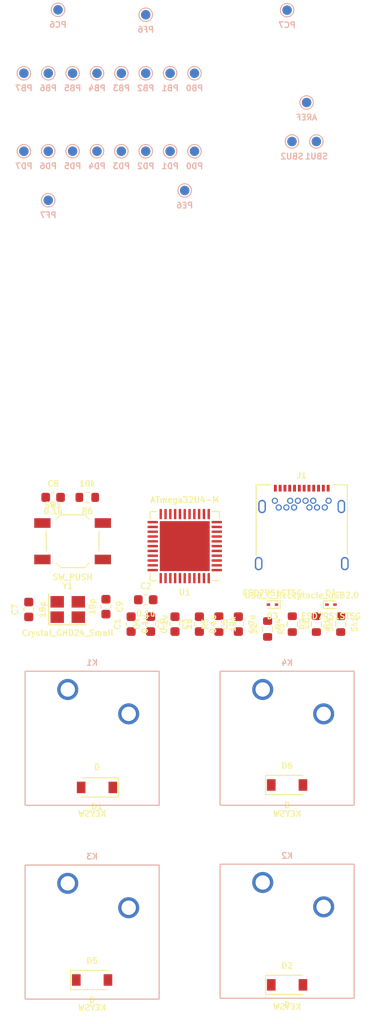
<source format=kicad_pcb>
(kicad_pcb (version 20210606) (generator pcbnew)
  (layers (0 "F.Cu" signal) (1 "In1.Cu" power "GND.Cu") (2 "In2.Cu" power "PWR.Cu") (31 "B.Cu" signal) (34 "B.Paste" user) (35 "F.Paste" user) (36 "B.SilkS" user "B.Silkscreen") (37 "F.SilkS" user "F.Silkscreen") (38 "B.Mask" user) (39 "F.Mask" user) (44 "Edge.Cuts" user))
  (net 0 "")
  (net 1 "VCC")
  (net 2 "GND")
  (net 3 "Net-(C6-Pad1)")
  (net 4 "/XTAL2")
  (net 5 "/XTAL1")
  (net 6 "/row0")
  (net 7 "Net-(D1-Pad2)")
  (net 8 "/row1")
  (net 9 "Net-(D2-Pad2)")
  (net 10 "Net-(D3-Pad1)")
  (net 11 "Net-(D4-Pad1)")
  (net 12 "Net-(D5-Pad2)")
  (net 13 "Net-(D6-Pad2)")
  (net 14 "Net-(J1-PadA5)")
  (net 15 "Net-(J1-PadA8)")
  (net 16 "Net-(J1-PadB5)")
  (net 17 "Net-(J1-PadB8)")
  (net 18 "/col0")
  (net 19 "/col1")
  (net 20 "/D-")
  (net 21 "/D+")
  (net 22 "Net-(R5-Pad1)")
  (net 23 "Net-(TP3-Pad1)")
  (net 24 "/~reset")
  (net 25 "/PD5")
  (net 26 "/PB0")
  (net 27 "/PB1")
  (net 28 "/PB2")
  (net 29 "/PB3")
  (net 30 "/PB4")
  (net 31 "/PB5")
  (net 32 "/PB6")
  (net 33 "/PB7")
  (net 34 "/PC6")
  (net 35 "/PC7")
  (net 36 "/PD0")
  (net 37 "/PD1")
  (net 38 "/PD2")
  (net 39 "/PD3")
  (net 40 "/PD4")
  (net 41 "/PD6")
  (net 42 "/PD7")
  (net 43 "/PE6")
  (net 44 "/PF6")
  (net 45 "/PF7")
  (footprint "Connector_USB:USB_C_Receptacle_Amphenol_12401548E4-2A" (layer "F.Cu") (at 108.712 85.852)
    (fp_text reference "J1" (at 0 -6.36) (layer "F.SilkS") (effects (font (size 0.6 0.6) (thickness 0.127))))
    (fp_text value "USB_C_Receptacle_USB2.0" (at 0 6.14) (layer "F.SilkS") (effects (font (size 0.6 0.6) (thickness 0.127))))
    (fp_line (start -4.75 -5.37) (end -3.25 -5.37) (layer "F.SilkS") (width 0.12))
    (fp_line (start -4.75 -5.37) (end -4.75 1.89) (layer "F.SilkS") (width 0.12))
    (fp_line (start 4.75 -5.37) (end 4.75 1.89) (layer "F.SilkS") (width 0.12))
    (fp_line (start 3.25 -5.37) (end 4.75 -5.37) (layer "F.SilkS") (width 0.12))
    (pad "" np_thru_hole oval locked (at 3.6 -4.36) (size 0.95 0.65) (drill oval 0.95 0.65) (layers *.Cu *.Mask))
    (pad "" np_thru_hole circle locked (at -3.6 -4.36) (size 0.65 0.65) (drill 0.65) (layers *.Cu *.Mask))
    (pad "A1" smd rect locked (at -2.75 -5.02) (size 0.3 0.7) (layers "F.Cu" "F.Paste" "F.Mask") (net 2 "GND"))
    (pad "A2" smd rect locked (at -2.25 -5.02) (size 0.3 0.7) (layers "F.Cu" "F.Paste" "F.Mask"))
    (pad "A3" smd rect locked (at -1.75 -5.02) (size 0.3 0.7) (layers "F.Cu" "F.Paste" "F.Mask"))
    (pad "A4" smd rect locked (at -1.25 -5.02) (size 0.3 0.7) (layers "F.Cu" "F.Paste" "F.Mask") (net 1 "VCC"))
    (pad "A5" smd rect locked (at -0.75 -5.02) (size 0.3 0.7) (layers "F.Cu" "F.Paste" "F.Mask") (net 14 "Net-(J1-PadA5)"))
    (pad "A6" smd rect locked (at -0.25 -5.02) (size 0.3 0.7) (layers "F.Cu" "F.Paste" "F.Mask") (net 10 "Net-(D3-Pad1)"))
    (pad "A7" smd rect locked (at 0.25 -5.02) (size 0.3 0.7) (layers "F.Cu" "F.Paste" "F.Mask") (net 11 "Net-(D4-Pad1)"))
    (pad "A8" smd rect locked (at 0.75 -5.02) (size 0.3 0.7) (layers "F.Cu" "F.Paste" "F.Mask") (net 15 "Net-(J1-PadA8)"))
    (pad "A9" smd rect locked (at 1.25 -5.02) (size 0.3 0.7) (layers "F.Cu" "F.Paste" "F.Mask") (net 1 "VCC"))
    (pad "A10" smd rect locked (at 1.75 -5.02) (size 0.3 0.7) (layers "F.Cu" "F.Paste" "F.Mask"))
    (pad "A11" smd rect locked (at 2.25 -5.02) (size 0.3 0.7) (layers "F.Cu" "F.Paste" "F.Mask"))
    (pad "A12" smd rect locked (at 2.75 -5.02) (size 0.3 0.7) (layers "F.Cu" "F.Paste" "F.Mask") (net 2 "GND"))
    (pad "B1" thru_hole circle locked (at 2.8 -3.71) (size 0.65 0.65) (drill 0.4) (layers *.Cu *.Mask) (net 2 "GND"))
    (pad "B2" thru_hole circle locked (at 2.4 -3.01) (size 0.65 0.65) (drill 0.4) (layers *.Cu *.Mask))
    (pad "B3" thru_hole circle locked (at 1.6 -3.01) (size 0.65 0.65) (drill 0.4) (layers *.Cu *.Mask))
    (pad "B4" thru_hole circle locked (at 1.2 -3.71) (size 0.65 0.65) (drill 0.4) (layers *.Cu *.Mask) (net 1 "VCC"))
    (pad "B5" thru_hole circle locked (at 0.8 -3.01) (size 0.65 0.65) (drill 0.4) (layers *.Cu *.Mask) (net 16 "Net-(J1-PadB5)"))
    (pad "B6" thru_hole circle locked (at 0.4 -3.71) (size 0.65 0.65) (drill 0.4) (layers *.Cu *.Mask) (net 10 "Net-(D3-Pad1)"))
    (pad "B7" thru_hole circle locked (at -0.4 -3.71) (size 0.65 0.65) (drill 0.4) (layers *.Cu *.Mask) (net 11 "Net-(D4-Pad1)"))
    (pad "B8" thru_hole circle locked (at -0.8 -3.01) (size 0.65 0.65) (drill 0.4) (layers *.Cu *.Mask) (net 17 "Net-(J1-PadB8)"))
    (pad "B9" thru_hole circle locked (at -1.2 -3.71) (size 0.65 0.65) (drill 0.4) (layers *.Cu *.Mask) (net 1 "VCC"))
    (pad "B10" thru_hole circle locked (at -1.6 -3.01) (size 0.65 0.65) (drill 0.4) (layers *.Cu *.Mask))
    (pad "B11" thru_hole circle locked (at -2.4 -3.01) (size 0.65 0.65) (drill 0.4) (layers *.Cu *.Mask))
    (pad "B12" thru_hole circle locked (at -2.8 -3.71) (size 0.65 0.65) (drill 0.4) (layers *.Cu *.Mask) (net 2 "GND"))
    (pad "S1" thru_hole oval locked (at -4.49 2.84) (size 0.8 1.4) (drill oval 0.5 1.1) (layers *.Cu *.Mask) (net 2 "GND"))
    (pad "S1" thru_hole oval locked (at 4.13 -3.11) (size 0.8 1.4) (drill oval 0.5 1.1) (layers *.Cu *.Mask) (net 2 "GND"))
    (pad "S1" thru_hole oval locked (at -4.13 -3.11) (size 0.8 1.4) (drill oval 0.5 1.1) (layers *.Cu *.Mask) (net 2 "GND"))
    (pad "S1" thru_hole oval locked (at 4.49 2.84) (size 0.8 1.4) (drill oval 0.5 1.1) (layers *.Cu *.Mask) (net 2 "GND"))
  )
  (footprint "Capacitor_SMD:C_0603_1608Metric" (layer "F.Cu") (at 80.264 93.472 90)
    (fp_text reference "C7" (at 0 -1.43 90) (layer "F.SilkS") (effects (font (size 0.6 0.6) (thickness 0.127))))
    (fp_text value "18p" (at 0 1.43 90) (layer "F.SilkS") (effects (font (size 0.6 0.6) (thickness 0.127))))
    (fp_line (start -0.14058 -0.51) (end 0.14058 -0.51) (layer "F.SilkS") (width 0.12))
    (fp_line (start -0.14058 0.51) (end 0.14058 0.51) (layer "F.SilkS") (width 0.12))
    (pad "1" smd roundrect locked (at -0.775 0 90) (size 0.9 0.95) (layers "F.Cu" "F.Paste" "F.Mask") (net 4 "/XTAL2"))
    (pad "2" smd roundrect locked (at 0.775 0 90) (size 0.9 0.95) (layers "F.Cu" "F.Paste" "F.Mask") (net 2 "GND"))
  )
  (footprint "Resistor_SMD:R_0603_1608Metric" (layer "F.Cu") (at 112.776 94.996 90)
    (fp_text reference "R1" (at 0 -1.43 90) (layer "F.SilkS") (effects (font (size 0.6 0.6) (thickness 0.127))))
    (fp_text value "5k1" (at 0 1.43 90) (layer "F.SilkS") (effects (font (size 0.6 0.6) (thickness 0.127))))
    (fp_line (start -0.237258 0.5225) (end 0.237258 0.5225) (layer "F.SilkS") (width 0.12))
    (fp_line (start -0.237258 -0.5225) (end 0.237258 -0.5225) (layer "F.SilkS") (width 0.12))
    (pad "1" smd roundrect locked (at -0.825 0 90) (size 0.8 0.95) (layers "F.Cu" "F.Paste" "F.Mask") (net 2 "GND"))
    (pad "2" smd roundrect locked (at 0.825 0 90) (size 0.8 0.95) (layers "F.Cu" "F.Paste" "F.Mask") (net 14 "Net-(J1-PadA5)"))
  )
  (footprint "Resistor_SMD:R_0603_1608Metric" (layer "F.Cu") (at 100.076 94.996 90)
    (fp_text reference "R5" (at 0 -1.43 90) (layer "F.SilkS") (effects (font (size 0.6 0.6) (thickness 0.127))))
    (fp_text value "10k" (at 0 1.43 90) (layer "F.SilkS") (effects (font (size 0.6 0.6) (thickness 0.127))))
    (fp_line (start -0.237258 0.5225) (end 0.237258 0.5225) (layer "F.SilkS") (width 0.12))
    (fp_line (start -0.237258 -0.5225) (end 0.237258 -0.5225) (layer "F.SilkS") (width 0.12))
    (pad "1" smd roundrect locked (at -0.825 0 90) (size 0.8 0.95) (layers "F.Cu" "F.Paste" "F.Mask") (net 22 "Net-(R5-Pad1)"))
    (pad "2" smd roundrect locked (at 0.825 0 90) (size 0.8 0.95) (layers "F.Cu" "F.Paste" "F.Mask") (net 2 "GND"))
  )
  (footprint "Diode_SMD:D_SOD-123" (layer "F.Cu") (at 87.376 112.014 180)
    (fp_text reference "D1" (at 0 -2) (layer "F.SilkS") (effects (font (size 0.6 0.6) (thickness 0.127))))
    (fp_text value "D" (at 0 2.1) (layer "F.SilkS") (effects (font (size 0.6 0.6) (thickness 0.127))))
    (fp_line (start -2.25 1) (end 1.65 1) (layer "F.SilkS") (width 0.12))
    (fp_line (start -2.25 -1) (end -2.25 1) (layer "F.SilkS") (width 0.12))
    (fp_line (start -2.25 -1) (end 1.65 -1) (layer "F.SilkS") (width 0.12))
    (pad "1" smd rect locked (at -1.65 0 180) (size 0.9 1.2) (layers "F.Cu" "F.Paste" "F.Mask") (net 6 "/row0"))
    (pad "2" smd rect locked (at 1.65 0 180) (size 0.9 1.2) (layers "F.Cu" "F.Paste" "F.Mask") (net 7 "Net-(D1-Pad2)"))
  )
  (footprint "Resistor_SMD:R_0603_1608Metric" (layer "F.Cu") (at 105.156 95.504 -90)
    (fp_text reference "R3" (at 0 -1.43 90) (layer "F.SilkS") (effects (font (size 0.6 0.6) (thickness 0.127))))
    (fp_text value "22" (at 0 1.43 90) (layer "F.SilkS") (effects (font (size 0.6 0.6) (thickness 0.127))))
    (fp_line (start -0.237258 0.5225) (end 0.237258 0.5225) (layer "F.SilkS") (width 0.12))
    (fp_line (start -0.237258 -0.5225) (end 0.237258 -0.5225) (layer "F.SilkS") (width 0.12))
    (pad "1" smd roundrect locked (at -0.825 0 270) (size 0.8 0.95) (layers "F.Cu" "F.Paste" "F.Mask") (net 20 "/D-"))
    (pad "2" smd roundrect locked (at 0.825 0 270) (size 0.8 0.95) (layers "F.Cu" "F.Paste" "F.Mask") (net 11 "Net-(D4-Pad1)"))
  )
  (footprint "Resistor_SMD:R_0603_1608Metric" (layer "F.Cu") (at 107.726 94.996 90)
    (fp_text reference "R4" (at 0 -1.43 90) (layer "F.SilkS") (effects (font (size 0.6 0.6) (thickness 0.127))))
    (fp_text value "22" (at 0 1.43 90) (layer "F.SilkS") (effects (font (size 0.6 0.6) (thickness 0.127))))
    (fp_line (start -0.237258 0.5225) (end 0.237258 0.5225) (layer "F.SilkS") (width 0.12))
    (fp_line (start -0.237258 -0.5225) (end 0.237258 -0.5225) (layer "F.SilkS") (width 0.12))
    (pad "1" smd roundrect locked (at -0.825 0 90) (size 0.8 0.95) (layers "F.Cu" "F.Paste" "F.Mask") (net 21 "/D+"))
    (pad "2" smd roundrect locked (at 0.825 0 90) (size 0.8 0.95) (layers "F.Cu" "F.Paste" "F.Mask") (net 10 "Net-(D3-Pad1)"))
  )
  (footprint "Capacitor_SMD:C_0603_1608Metric" (layer "F.Cu") (at 82.804 81.788)
    (fp_text reference "C8" (at 0 -1.43) (layer "F.SilkS") (effects (font (size 0.6 0.6) (thickness 0.127))))
    (fp_text value "0.1u" (at 0 1.43) (layer "F.SilkS") (effects (font (size 0.6 0.6) (thickness 0.127))))
    (fp_line (start -0.14058 -0.51) (end 0.14058 -0.51) (layer "F.SilkS") (width 0.12))
    (fp_line (start -0.14058 0.51) (end 0.14058 0.51) (layer "F.SilkS") (width 0.12))
    (pad "1" smd roundrect locked (at -0.775 0) (size 0.9 0.95) (layers "F.Cu" "F.Paste" "F.Mask") (net 24 "/~reset"))
    (pad "2" smd roundrect locked (at 0.775 0) (size 0.9 0.95) (layers "F.Cu" "F.Paste" "F.Mask") (net 2 "GND"))
  )
  (footprint "Crystal:Crystal_SMD_SeikoEpson_FA238-4Pin_3.2x2.5mm" (layer "F.Cu") (at 84.328 93.472)
    (fp_text reference "Y1" (at 0 -2.45) (layer "F.SilkS") (effects (font (size 0.6 0.6) (thickness 0.127))))
    (fp_text value "Crystal_GND24_Small" (at 0 2.45) (layer "F.SilkS") (effects (font (size 0.6 0.6) (thickness 0.127))))
    (fp_line (start -2 -1.6) (end -2 1.6) (layer "F.SilkS") (width 0.12))
    (fp_line (start -2 1.6) (end 2 1.6) (layer "F.SilkS") (width 0.12))
    (pad "1" smd rect locked (at -1.1 0.8) (size 1.4 1.2) (layers "F.Cu" "F.Paste" "F.Mask") (net 4 "/XTAL2"))
    (pad "2" smd rect locked (at 1.1 0.8) (size 1.4 1.2) (layers "F.Cu" "F.Paste" "F.Mask") (net 2 "GND"))
    (pad "3" smd rect locked (at 1.1 -0.8) (size 1.4 1.2) (layers "F.Cu" "F.Paste" "F.Mask") (net 5 "/XTAL1"))
    (pad "4" smd rect locked (at -1.1 -0.8) (size 1.4 1.2) (layers "F.Cu" "F.Paste" "F.Mask") (net 2 "GND"))
  )
  (footprint "Capacitor_SMD:C_0603_1608Metric" (layer "F.Cu") (at 88.308 93.18 -90)
    (fp_text reference "C9" (at 0 -1.43 90) (layer "F.SilkS") (effects (font (size 0.6 0.6) (thickness 0.127))))
    (fp_text value "18p" (at 0 1.43 90) (layer "F.SilkS") (effects (font (size 0.6 0.6) (thickness 0.127))))
    (fp_line (start -0.14058 -0.51) (end 0.14058 -0.51) (layer "F.SilkS") (width 0.12))
    (fp_line (start -0.14058 0.51) (end 0.14058 0.51) (layer "F.SilkS") (width 0.12))
    (pad "1" smd roundrect locked (at -0.775 0 270) (size 0.9 0.95) (layers "F.Cu" "F.Paste" "F.Mask") (net 5 "/XTAL1"))
    (pad "2" smd roundrect locked (at 0.775 0 270) (size 0.9 0.95) (layers "F.Cu" "F.Paste" "F.Mask") (net 2 "GND"))
  )
  (footprint "Capacitor_SMD:C_0603_1608Metric" (layer "F.Cu") (at 90.932 94.996 90)
    (fp_text reference "C1" (at 0 -1.43 90) (layer "F.SilkS") (effects (font (size 0.6 0.6) (thickness 0.127))))
    (fp_text value "0.1u" (at 0 1.43 90) (layer "F.SilkS") (effects (font (size 0.6 0.6) (thickness 0.127))))
    (fp_line (start -0.14058 0.51) (end 0.14058 0.51) (layer "F.SilkS") (width 0.12))
    (fp_line (start -0.14058 -0.51) (end 0.14058 -0.51) (layer "F.SilkS") (width 0.12))
    (pad "1" smd roundrect locked (at -0.775 0 90) (size 0.9 0.95) (layers "F.Cu" "F.Paste" "F.Mask") (net 1 "VCC"))
    (pad "2" smd roundrect locked (at 0.775 0 90) (size 0.9 0.95) (layers "F.Cu" "F.Paste" "F.Mask") (net 2 "GND"))
  )
  (footprint "Capacitor_SMD:C_0603_1608Metric" (layer "F.Cu") (at 102.108 94.996 90)
    (fp_text reference "C5" (at 0 -1.43 90) (layer "F.SilkS") (effects (font (size 0.6 0.6) (thickness 0.127))))
    (fp_text value "4.7u" (at 0 1.43 90) (layer "F.SilkS") (effects (font (size 0.6 0.6) (thickness 0.127))))
    (fp_line (start -0.14058 0.51) (end 0.14058 0.51) (layer "F.SilkS") (width 0.12))
    (fp_line (start -0.14058 -0.51) (end 0.14058 -0.51) (layer "F.SilkS") (width 0.12))
    (pad "1" smd roundrect locked (at -0.775 0 90) (size 0.9 0.95) (layers "F.Cu" "F.Paste" "F.Mask") (net 1 "VCC"))
    (pad "2" smd roundrect locked (at 0.775 0 90) (size 0.9 0.95) (layers "F.Cu" "F.Paste" "F.Mask") (net 2 "GND"))
  )
  (footprint "Button_Switch_SMD:SW_SPST_TL3342" (layer "F.Cu") (at 84.836 86.36)
    (fp_text reference "SW1" (at -2.032 -3.75) (layer "F.SilkS") (effects (font (size 0.6 0.6) (thickness 0.127))))
    (fp_text value "SW_PUSH" (at 0 3.75) (layer "F.SilkS") (effects (font (size 0.6 0.6) (thickness 0.127))))
    (fp_line (start -1.7 -2.3) (end -1.25 -2.75) (layer "F.SilkS") (width 0.12))
    (fp_line (start -1.25 -2.75) (end 1.25 -2.75) (layer "F.SilkS") (width 0.12))
    (fp_line (start -1.7 2.3) (end -1.25 2.75) (layer "F.SilkS") (width 0.12))
    (fp_line (start -1.25 2.75) (end 1.25 2.75) (layer "F.SilkS") (width 0.12))
    (fp_line (start 1.7 -2.3) (end 1.25 -2.75) (layer "F.SilkS") (width 0.12))
    (fp_line (start -2.75 -1) (end -2.75 1) (layer "F.SilkS") (width 0.12))
    (fp_line (start 1.7 2.3) (end 1.25 2.75) (layer "F.SilkS") (width 0.12))
    (fp_line (start 2.75 -1) (end 2.75 1) (layer "F.SilkS") (width 0.12))
    (pad "1" smd rect locked (at -3.15 -1.9) (size 1.7 1) (layers "F.Cu" "F.Paste" "F.Mask") (net 24 "/~reset"))
    (pad "1" smd rect locked (at 3.15 -1.9) (size 1.7 1) (layers "F.Cu" "F.Paste" "F.Mask") (net 24 "/~reset"))
    (pad "2" smd rect locked (at 3.15 1.9) (size 1.7 1) (layers "F.Cu" "F.Paste" "F.Mask") (net 2 "GND"))
    (pad "2" smd rect locked (at -3.15 1.9) (size 1.7 1) (layers "F.Cu" "F.Paste" "F.Mask") (net 2 "GND"))
  )
  (footprint "Package_DFN_QFN:QFN-44-1EP_7x7mm_P0.5mm_EP5.2x5.2mm" (layer "F.Cu") (at 96.52 86.868 180)
    (fp_text reference "U1" (at 0 -4.82) (layer "F.SilkS") (effects (font (size 0.6 0.6) (thickness 0.127))))
    (fp_text value "ATmega32U4-M" (at 0 4.82) (layer "F.SilkS") (effects (font (size 0.6 0.6) (thickness 0.127))))
    (fp_line (start 2.885 -3.61) (end 3.61 -3.61) (layer "F.SilkS") (width 0.12))
    (fp_line (start 3.61 -3.61) (end 3.61 -2.885) (layer "F.SilkS") (width 0.12))
    (fp_line (start -3.61 3.61) (end -3.61 2.885) (layer "F.SilkS") (width 0.12))
    (fp_line (start 3.61 3.61) (end 3.61 2.885) (layer "F.SilkS") (width 0.12))
    (fp_line (start -2.885 3.61) (end -3.61 3.61) (layer "F.SilkS") (width 0.12))
    (fp_line (start 2.885 3.61) (end 3.61 3.61) (layer "F.SilkS") (width 0.12))
    (fp_line (start -2.885 -3.61) (end -3.61 -3.61) (layer "F.SilkS") (width 0.12))
    (pad "1" smd roundrect locked (at -3.3375 -2.5 180) (size 1.075 0.25) (layers "F.Cu" "F.Paste" "F.Mask") (net 43 "/PE6"))
    (pad "2" smd roundrect locked (at -3.3375 -2 180) (size 1.075 0.25) (layers "F.Cu" "F.Paste" "F.Mask") (net 1 "VCC"))
    (pad "3" smd roundrect locked (at -3.3375 -1.5 180) (size 1.075 0.25) (layers "F.Cu" "F.Paste" "F.Mask") (net 20 "/D-"))
    (pad "4" smd roundrect locked (at -3.3375 -1 180) (size 1.075 0.25) (layers "F.Cu" "F.Paste" "F.Mask") (net 21 "/D+"))
    (pad "5" smd roundrect locked (at -3.3375 -0.5 180) (size 1.075 0.25) (layers "F.Cu" "F.Paste" "F.Mask") (net 2 "GND"))
    (pad "6" smd roundrect locked (at -3.3375 0 180) (size 1.075 0.25) (layers "F.Cu" "F.Paste" "F.Mask") (net 3 "Net-(C6-Pad1)"))
    (pad "7" smd roundrect locked (at -3.3375 0.5 180) (size 1.075 0.25) (layers "F.Cu" "F.Paste" "F.Mask") (net 1 "VCC"))
    (pad "8" smd roundrect locked (at -3.3375 1 180) (size 1.075 0.25) (layers "F.Cu" "F.Paste" "F.Mask") (net 26 "/PB0"))
    (pad "9" smd roundrect locked (at -3.3375 1.5 180) (size 1.075 0.25) (layers "F.Cu" "F.Paste" "F.Mask") (net 27 "/PB1"))
    (pad "10" smd roundrect locked (at -3.3375 2 180) (size 1.075 0.25) (layers "F.Cu" "F.Paste" "F.Mask") (net 28 "/PB2"))
    (pad "11" smd roundrect locked (at -3.3375 2.5 180) (size 1.075 0.25) (layers "F.Cu" "F.Paste" "F.Mask") (net 29 "/PB3"))
    (pad "12" smd roundrect locked (at -2.5 3.3375 180) (size 0.25 1.075) (layers "F.Cu" "F.Paste" "F.Mask") (net 33 "/PB7"))
    (pad "13" smd roundrect locked (at -2 3.3375 180) (size 0.25 1.075) (layers "F.Cu" "F.Paste" "F.Mask") (net 24 "/~reset"))
    (pad "14" smd roundrect locked (at -1.5 3.3375 180) (size 0.25 1.075) (layers "F.Cu" "F.Paste" "F.Mask") (net 1 "VCC"))
    (pad "15" smd roundrect locked (at -1 3.3375 180) (size 0.25 1.075) (layers "F.Cu" "F.Paste" "F.Mask") (net 2 "GND"))
    (pad "16" smd roundrect locked (at -0.5 3.3375 180) (size 0.25 1.075) (layers "F.Cu" "F.Paste" "F.Mask") (net 4 "/XTAL2"))
    (pad "17" smd roundrect locked (at 0 3.3375 180) (size 0.25 1.075) (layers "F.Cu" "F.Paste" "F.Mask") (net 5 "/XTAL1"))
    (pad "18" smd roundrect locked (at 0.5 3.3375 180) (size 0.25 1.075) (layers "F.Cu" "F.Paste" "F.Mask") (net 36 "/PD0"))
    (pad "19" smd roundrect locked (at 1 3.3375 180) (size 0.25 1.075) (layers "F.Cu" "F.Paste" "F.Mask") (net 37 "/PD1"))
    (pad "20" smd roundrect locked (at 1.5 3.3375 180) (size 0.25 1.075) (layers "F.Cu" "F.Paste" "F.Mask") (net 38 "/PD2"))
    (pad "21" smd roundrect locked (at 2 3.3375 180) (size 0.25 1.075) (layers "F.Cu" "F.Paste" "F.Mask") (net 39 "/PD3"))
    (pad "22" smd roundrect locked (at 2.5 3.3375 180) (size 0.25 1.075) (layers "F.Cu" "F.Paste" "F.Mask") (net 25 "/PD5"))
    (pad "23" smd roundrect locked (at 3.3375 2.5 180) (size 1.075 0.25) (layers "F.Cu" "F.Paste" "F.Mask") (net 2 "GND"))
    (pad "24" smd roundrect locked (at 3.3375 2 180) (size 1.075 0.25) (layers "F.Cu" "F.Paste" "F.Mask") (net 1 "VCC"))
    (pad "25" smd roundrect locked (at 3.3375 1.5 180) (size 1.075 0.25) (layers "F.Cu" "F.Paste" "F.Mask") (net 40 "/PD4"))
    (pad "26" smd roundrect locked (at 3.3375 1 180) (size 1.075 0.25) (layers "F.Cu" "F.Paste" "F.Mask") (net 41 "/PD6"))
    (pad "27" smd roundrect locked (at 3.3375 0.5 180) (size 1.075 0.25) (layers "F.Cu" "F.Paste" "F.Mask") (net 42 "/PD7"))
    (pad "28" smd roundrect locked (at 3.3375 0 180) (size 1.075 0.25) (layers "F.Cu" "F.Paste" "F.Mask") (net 30 "/PB4"))
    (pad "29" smd roundrect locked (at 3.3375 -0.5 180) (size 1.075 0.25) (layers "F.Cu" "F.Paste" "F.Mask") (net 31 "/PB5"))
    (pad "30" smd roundrect locked (at 3.3375 -1 180) (size 1.075 0.25) (layers "F.Cu" "F.Paste" "F.Mask") (net 32 "/PB6"))
    (pad "31" smd roundrect locked (at 3.3375 -1.5 180) (size 1.075 0.25) (layers "F.Cu" "F.Paste" "F.Mask") (net 34 "/PC6"))
    (pad "32" smd roundrect locked (at 3.3375 -2 180) (size 1.075 0.25) (layers "F.Cu" "F.Paste" "F.Mask") (net 35 "/PC7"))
    (pad "33" smd roundrect locked (at 3.3375 -2.5 180) (size 1.075 0.25) (layers "F.Cu" "F.Paste" "F.Mask") (net 22 "Net-(R5-Pad1)"))
    (pad "34" smd roundrect locked (at 2.5 -3.3375 180) (size 0.25 1.075) (layers "F.Cu" "F.Paste" "F.Mask") (net 1 "VCC"))
    (pad "35" smd roundrect locked (at 2 -3.3375 180) (size 0.25 1.075) (layers "F.Cu" "F.Paste" "F.Mask") (net 2 "GND"))
    (pad "36" smd roundrect locked (at 1.5 -3.3375 180) (size 0.25 1.075) (layers "F.Cu" "F.Paste" "F.Mask") (net 45 "/PF7"))
    (pad "37" smd roundrect locked (at 1 -3.3375 180) (size 0.25 1.075) (layers "F.Cu" "F.Paste" "F.Mask") (net 44 "/PF6"))
    (pad "38" smd roundrect locked (at 0.5 -3.3375 180) (size 0.25 1.075) (layers "F.Cu" "F.Paste" "F.Mask") (net 19 "/col1"))
    (pad "39" smd roundrect locked (at 0 -3.3375 180) (size 0.25 1.075) (layers "F.Cu" "F.Paste" "F.Mask") (net 18 "/col0"))
    (pad "40" smd roundrect locked (at -0.5 -3.3375 180) (size 0.25 1.075) (layers "F.Cu" "F.Paste" "F.Mask") (net 8 "/row1"))
    (pad "41" smd roundrect locked (at -1 -3.3375 180) (size 0.25 1.075) (layers "F.Cu" "F.Paste" "F.Mask") (net 6 "/row0"))
    (pad "42" smd roundrect locked (at -1.5 -3.3375 180) (size 0.25 1.075) (layers "F.Cu" "F.Paste" "F.Mask") (net 23 "Net-(TP3-Pad1)"))
    (pad "43" smd roundrect locked (at -2 -3.3375 180) (size 0.25 1.075) (layers "F.Cu" "F.Paste" "F.Mask") (net 2 "GND"))
    (pad "44" smd roundrect locked (at -2.5 -3.3375 180) (size 0.25 1.075) (layers "F.Cu" "F.Paste" "F.Mask") (net 1 "VCC"))
    (pad "45" smd rect locked (at 0 0 180) (size 5.2 5.2) (layers "F.Cu" "F.Mask") (net 2 "GND"))
  )
  (footprint "Capacitor_SMD:C_0603_1608Metric" (layer "F.Cu") (at 92.964 94.996 90)
    (fp_text reference "C4" (at 0 -1.43 90) (layer "F.SilkS") (effects (font (size 0.6 0.6) (thickness 0.127))))
    (fp_text value "0.1u" (at 0 1.43 90) (layer "F.SilkS") (effects (font (size 0.6 0.6) (thickness 0.127))))
    (fp_line (start -0.14058 -0.51) (end 0.14058 -0.51) (layer "F.SilkS") (width 0.12))
    (fp_line (start -0.14058 0.51) (end 0.14058 0.51) (layer "F.SilkS") (width 0.12))
    (pad "1" smd roundrect locked (at -0.775 0 90) (size 0.9 0.95) (layers "F.Cu" "F.Paste" "F.Mask") (net 1 "VCC"))
    (pad "2" smd roundrect locked (at 0.775 0 90) (size 0.9 0.95) (layers "F.Cu" "F.Paste" "F.Mask") (net 2 "GND"))
  )
  (footprint "Capacitor_SMD:C_0603_1608Metric" (layer "F.Cu") (at 92.456 92.456)
    (fp_text reference "C2" (at 0 -1.43) (layer "F.SilkS") (effects (font (size 0.6 0.6) (thickness 0.127))))
    (fp_text value "0.1u" (at 0 1.43) (layer "F.SilkS") (effects (font (size 0.6 0.6) (thickness 0.127))))
    (fp_line (start -0.14058 -0.51) (end 0.14058 -0.51) (layer "F.SilkS") (width 0.12))
    (fp_line (start -0.14058 0.51) (end 0.14058 0.51) (layer "F.SilkS") (width 0.12))
    (pad "1" smd roundrect locked (at -0.775 0) (size 0.9 0.95) (layers "F.Cu" "F.Paste" "F.Mask") (net 1 "VCC"))
    (pad "2" smd roundrect locked (at 0.775 0) (size 0.9 0.95) (layers "F.Cu" "F.Paste" "F.Mask") (net 2 "GND"))
  )
  (footprint "Diode_SMD:D_SOD-123" (layer "F.Cu") (at 107.188 132.588)
    (fp_text reference "D2" (at 0 -2) (layer "F.SilkS") (effects (font (size 0.6 0.6) (thickness 0.127))))
    (fp_text value "D" (at 0 2.1) (layer "F.SilkS") (effects (font (size 0.6 0.6) (thickness 0.127))))
    (fp_line (start -2.25 -1) (end -2.25 1) (layer "F.SilkS") (width 0.12))
    (fp_line (start -2.25 -1) (end 1.65 -1) (layer "F.SilkS") (width 0.12))
    (fp_line (start -2.25 1) (end 1.65 1) (layer "F.SilkS") (width 0.12))
    (pad "1" smd rect locked (at -1.65 0) (size 0.9 1.2) (layers "F.Cu" "F.Paste" "F.Mask") (net 8 "/row1"))
    (pad "2" smd rect locked (at 1.65 0) (size 0.9 1.2) (layers "F.Cu" "F.Paste" "F.Mask") (net 9 "Net-(D2-Pad2)"))
  )
  (footprint "Capacitor_SMD:C_0603_1608Metric" (layer "F.Cu") (at 98.044 94.996 90)
    (fp_text reference "C3" (at 0 -1.43 90) (layer "F.SilkS") (effects (font (size 0.6 0.6) (thickness 0.127))))
    (fp_text value "0.1u" (at 0 1.43 90) (layer "F.SilkS") (effects (font (size 0.6 0.6) (thickness 0.127))))
    (fp_line (start -0.14058 0.51) (end 0.14058 0.51) (layer "F.SilkS") (width 0.12))
    (fp_line (start -0.14058 -0.51) (end 0.14058 -0.51) (layer "F.SilkS") (width 0.12))
    (pad "1" smd roundrect locked (at -0.775 0 90) (size 0.9 0.95) (layers "F.Cu" "F.Paste" "F.Mask") (net 1 "VCC"))
    (pad "2" smd roundrect locked (at 0.775 0 90) (size 0.9 0.95) (layers "F.Cu" "F.Paste" "F.Mask") (net 2 "GND"))
  )
  (footprint "Resistor_SMD:R_0603_1608Metric" (layer "F.Cu") (at 110.236 94.996 90)
    (fp_text reference "R2" (at 0 -1.43 90) (layer "F.SilkS") (effects (font (size 0.6 0.6) (thickness 0.127))))
    (fp_text value "5k1" (at 0 1.43 90) (layer "F.SilkS") (effects (font (size 0.6 0.6) (thickness 0.127))))
    (fp_line (start -0.237258 -0.5225) (end 0.237258 -0.5225) (layer "F.SilkS") (width 0.12))
    (fp_line (start -0.237258 0.5225) (end 0.237258 0.5225) (layer "F.SilkS") (width 0.12))
    (pad "1" smd roundrect locked (at -0.825 0 90) (size 0.8 0.95) (layers "F.Cu" "F.Paste" "F.Mask") (net 2 "GND"))
    (pad "2" smd roundrect locked (at 0.825 0 90) (size 0.8 0.95) (layers "F.Cu" "F.Paste" "F.Mask") (net 16 "Net-(J1-PadB5)"))
  )
  (footprint "Diode_SMD:D_SOD-923" (layer "F.Cu") (at 105.664 92.964 180)
    (fp_text reference "D3" (at 0 -1.2) (layer "F.SilkS") (effects (font (size 0.6 0.6) (thickness 0.127))))
    (fp_text value "ESD7951ST5G" (at 0 1.2) (layer "F.SilkS") (effects (font (size 0.6 0.6) (thickness 0.127))))
    (fp_line (start 0.5 0.4) (end -0.8 0.4) (layer "F.SilkS") (width 0.12))
    (fp_line (start 0.5 -0.4) (end -0.8 -0.4) (layer "F.SilkS") (width 0.12))
    (fp_line (start -0.8 -0.4) (end -0.8 0.4) (layer "F.SilkS") (width 0.12))
    (pad "1" smd rect locked (at -0.42 0) (size 0.36 0.25) (layers "F.Cu" "F.Paste" "F.Mask") (net 10 "Net-(D3-Pad1)"))
    (pad "2" smd rect locked (at 0.42 0) (size 0.36 0.25) (layers "F.Cu" "F.Paste" "F.Mask") (net 2 "GND"))
  )
  (footprint "Diode_SMD:D_SOD-923" (layer "F.Cu") (at 111.76 92.964)
    (fp_text reference "D4" (at 0 -1.2) (layer "F.SilkS") (effects (font (size 0.6 0.6) (thickness 0.127))))
    (fp_text value "ESD7951ST5G" (at 0 1.2) (layer "F.SilkS") (effects (font (size 0.6 0.6) (thickness 0.127))))
    (fp_line (start -0.8 -0.4) (end -0.8 0.4) (layer "F.SilkS") (width 0.12))
    (fp_line (start 0.5 -0.4) (end -0.8 -0.4) (layer "F.SilkS") (width 0.12))
    (fp_line (start 0.5 0.4) (end -0.8 0.4) (layer "F.SilkS") (width 0.12))
    (pad "1" smd rect locked (at -0.42 0 180) (size 0.36 0.25) (layers "F.Cu" "F.Paste" "F.Mask") (net 11 "Net-(D4-Pad1)"))
    (pad "2" smd rect locked (at 0.42 0 180) (size 0.36 0.25) (layers "F.Cu" "F.Paste" "F.Mask") (net 2 "GND"))
  )
  (footprint "Capacitor_SMD:C_0603_1608Metric" (layer "F.Cu") (at 95.504 94.996 90)
    (fp_text reference "C6" (at 0 -1.43 90) (layer "F.SilkS") (effects (font (size 0.6 0.6) (thickness 0.127))))
    (fp_text value "1u" (at 0 1.43 90) (layer "F.SilkS") (effects (font (size 0.6 0.6) (thickness 0.127))))
    (fp_line (start -0.14058 -0.51) (end 0.14058 -0.51) (layer "F.SilkS") (width 0.12))
    (fp_line (start -0.14058 0.51) (end 0.14058 0.51) (layer "F.SilkS") (width 0.12))
    (pad "1" smd roundrect locked (at -0.775 0 90) (size 0.9 0.95) (layers "F.Cu" "F.Paste" "F.Mask") (net 3 "Net-(C6-Pad1)"))
    (pad "2" smd roundrect locked (at 0.775 0 90) (size 0.9 0.95) (layers "F.Cu" "F.Paste" "F.Mask") (net 2 "GND"))
  )
  (footprint "Diode_SMD:D_SOD-123" (layer "F.Cu") (at 86.868 132.08)
    (fp_text reference "D5" (at 0 -2) (layer "F.SilkS") (effects (font (size 0.6 0.6) (thickness 0.127))))
    (fp_text value "D" (at 0 2.1) (layer "F.SilkS") (effects (font (size 0.6 0.6) (thickness 0.127))))
    (fp_line (start -2.25 -1) (end -2.25 1) (layer "F.SilkS") (width 0.12))
    (fp_line (start -2.25 -1) (end 1.65 -1) (layer "F.SilkS") (width 0.12))
    (fp_line (start -2.25 1) (end 1.65 1) (layer "F.SilkS") (width 0.12))
    (pad "1" smd rect locked (at -1.65 0) (size 0.9 1.2) (layers "F.Cu" "F.Paste" "F.Mask") (net 6 "/row0"))
    (pad "2" smd rect locked (at 1.65 0) (size 0.9 1.2) (layers "F.Cu" "F.Paste" "F.Mask") (net 12 "Net-(D5-Pad2)"))
  )
  (footprint "Resistor_SMD:R_0603_1608Metric" (layer "F.Cu") (at 86.36 81.788 180)
    (fp_text reference "R6" (at 0 -1.43) (layer "F.SilkS") (effects (font (size 0.6 0.6) (thickness 0.127))))
    (fp_text value "10k" (at 0 1.43) (layer "F.SilkS") (effects (font (size 0.6 0.6) (thickness 0.127))))
    (fp_line (start -0.237258 0.5225) (end 0.237258 0.5225) (layer "F.SilkS") (width 0.12))
    (fp_line (start -0.237258 -0.5225) (end 0.237258 -0.5225) (layer "F.SilkS") (width 0.12))
    (pad "1" smd roundrect locked (at -0.825 0 180) (size 0.8 0.95) (layers "F.Cu" "F.Paste" "F.Mask") (net 1 "VCC"))
    (pad "2" smd roundrect locked (at 0.825 0 180) (size 0.8 0.95) (layers "F.Cu" "F.Paste" "F.Mask") (net 24 "/~reset"))
  )
  (footprint "Diode_SMD:D_SOD-123" (layer "F.Cu") (at 107.188 111.76)
    (fp_text reference "D6" (at 0 -2) (layer "F.SilkS") (effects (font (size 0.6 0.6) (thickness 0.127))))
    (fp_text value "D" (at 0 2.1) (layer "F.SilkS") (effects (font (size 0.6 0.6) (thickness 0.127))))
    (fp_line (start -2.25 -1) (end -2.25 1) (layer "F.SilkS") (width 0.12))
    (fp_line (start -2.25 1) (end 1.65 1) (layer "F.SilkS") (width 0.12))
    (fp_line (start -2.25 -1) (end 1.65 -1) (layer "F.SilkS") (width 0.12))
    (pad "1" smd rect locked (at -1.65 0) (size 0.9 1.2) (layers "F.Cu" "F.Paste" "F.Mask") (net 8 "/row1"))
    (pad "2" smd rect locked (at 1.65 0) (size 0.9 1.2) (layers "F.Cu" "F.Paste" "F.Mask") (net 13 "Net-(D6-Pad2)"))
  )
  (footprint "TestPoint:TestPoint_Pad_D1.0mm" (layer "B.Cu") (at 87.376 37.592 180)
    (fp_text reference "TP9" hide)
    (fp_text value "PB4" (at 0 -1.55) (layer "B.SilkS") (effects (font (size 0.6 0.6) (thickness 0.127)) (justify mirror)))
    (fp_circle (center 0 0) (end 0 -0.7) (layer "B.SilkS") (width 0.12) (fill none))
    (pad "1" smd circle locked (at 0 0 180) (size 1 1) (layers "B.Cu" "B.Mask") (net 30 "/PB4"))
  )
  (footprint "TestPoint:TestPoint_Pad_D1.0mm" (layer "B.Cu") (at 92.456 37.592 180)
    (fp_text reference "TP7" hide)
    (fp_text value "PB2" (at 0 -1.55) (layer "B.SilkS") (effects (font (size 0.6 0.6) (thickness 0.127)) (justify mirror)))
    (fp_circle (center 0 0) (end 0 -0.7) (layer "B.SilkS") (width 0.12) (fill none))
    (pad "1" smd circle locked (at 0 0 180) (size 1 1) (layers "B.Cu" "B.Mask") (net 28 "/PB2"))
  )
  (footprint "Button_Switch_Keyboard:SW_Cherry_MX_1.00u_PCB" (layer "B.Cu") (at 104.648 101.809 180)
    (fp_text reference "K4" (at -2.54 2.794) (layer "B.SilkS") (effects (font (size 0.6 0.6) (thickness 0.127)) (justify mirror)))
    (fp_text value "KEYSW" (at -2.54 -12.954) (layer "F.SilkS") (effects (font (size 0.6 0.6) (thickness 0.127)) (justify mirror)))
    (fp_line (start 4.445 -12.065) (end -9.525 -12.065) (layer "B.SilkS") (width 0.12))
    (fp_line (start -9.525 1.905) (end 4.445 1.905) (layer "B.SilkS") (width 0.12))
    (fp_line (start -9.525 -12.065) (end -9.525 1.905) (layer "B.SilkS") (width 0.12))
    (fp_line (start 4.445 1.905) (end 4.445 -12.065) (layer "B.SilkS") (width 0.12))
    (pad "" np_thru_hole circle locked (at 2.54 -5.08 180) (size 1.7 1.7) (drill 1.7) (layers *.Cu *.Mask))
    (pad "" np_thru_hole circle locked (at -7.62 -5.08 180) (size 1.7 1.7) (drill 1.7) (layers *.Cu *.Mask))
    (pad "" np_thru_hole circle locked (at -2.54 -5.08 180) (size 4 4) (drill 4) (layers *.Cu *.Mask))
    (pad "1" thru_hole circle locked (at 0 0 180) (size 2.2 2.2) (drill 1.5) (layers *.Cu *.Mask) (net 19 "/col1"))
    (pad "2" thru_hole circle locked (at -6.35 -2.54 180) (size 2.2 2.2) (drill 1.5) (layers *.Cu *.Mask) (net 13 "Net-(D6-Pad2)"))
  )
  (footprint "Button_Switch_Keyboard:SW_Cherry_MX_1.00u_PCB" (layer "B.Cu") (at 84.328 101.809 180)
    (fp_text reference "K1" (at -2.54 2.794) (layer "B.SilkS") (effects (font (size 0.6 0.6) (thickness 0.127)) (justify mirror)))
    (fp_text value "KEYSW" (at -2.54 -12.954) (layer "F.SilkS") (effects (font (size 0.6 0.6) (thickness 0.127)) (justify mirror)))
    (fp_line (start -9.525 -12.065) (end -9.525 1.905) (layer "B.SilkS") (width 0.12))
    (fp_line (start -9.525 1.905) (end 4.445 1.905) (layer "B.SilkS") (width 0.12))
    (fp_line (start 4.445 1.905) (end 4.445 -12.065) (layer "B.SilkS") (width 0.12))
    (fp_line (start 4.445 -12.065) (end -9.525 -12.065) (layer "B.SilkS") (width 0.12))
    (pad "" np_thru_hole circle locked (at 2.54 -5.08 180) (size 1.7 1.7) (drill 1.7) (layers *.Cu *.Mask))
    (pad "" np_thru_hole circle locked (at -7.62 -5.08 180) (size 1.7 1.7) (drill 1.7) (layers *.Cu *.Mask))
    (pad "" np_thru_hole circle locked (at -2.54 -5.08 180) (size 4 4) (drill 4) (layers *.Cu *.Mask))
    (pad "1" thru_hole circle locked (at 0 0 180) (size 2.2 2.2) (drill 1.5) (layers *.Cu *.Mask) (net 18 "/col0"))
    (pad "2" thru_hole circle locked (at -6.35 -2.54 180) (size 2.2 2.2) (drill 1.5) (layers *.Cu *.Mask) (net 7 "Net-(D1-Pad2)"))
  )
  (footprint "TestPoint:TestPoint_Pad_D1.0mm" (layer "B.Cu") (at 97.536 37.592 180)
    (fp_text reference "TP5" hide)
    (fp_text value "PB0" (at 0 -1.55) (layer "B.SilkS") (effects (font (size 0.6 0.6) (thickness 0.127)) (justify mirror)))
    (fp_circle (center 0 0) (end 0 -0.7) (layer "B.SilkS") (width 0.12) (fill none))
    (pad "1" smd circle locked (at 0 0 180) (size 1 1) (layers "B.Cu" "B.Mask") (net 26 "/PB0"))
  )
  (footprint "TestPoint:TestPoint_Pad_D1.0mm" (layer "B.Cu") (at 94.996 45.72 180)
    (fp_text reference "TP16" hide)
    (fp_text value "PD1" (at 0 -1.55) (layer "B.SilkS") (effects (font (size 0.6 0.6) (thickness 0.127)) (justify mirror)))
    (fp_circle (center 0 0) (end 0 -0.7) (layer "B.SilkS") (width 0.12) (fill none))
    (pad "1" smd circle locked (at 0 0 180) (size 1 1) (layers "B.Cu" "B.Mask") (net 37 "/PD1"))
  )
  (footprint "TestPoint:TestPoint_Pad_D1.0mm" (layer "B.Cu") (at 89.916 37.592 180)
    (fp_text reference "TP8" hide)
    (fp_text value "PB3" (at 0 -1.55) (layer "B.SilkS") (effects (font (size 0.6 0.6) (thickness 0.127)) (justify mirror)))
    (fp_circle (center 0 0) (end 0 -0.7) (layer "B.SilkS") (width 0.12) (fill none))
    (pad "1" smd circle locked (at 0 0 180) (size 1 1) (layers "B.Cu" "B.Mask") (net 29 "/PB3"))
  )
  (footprint "TestPoint:TestPoint_Pad_D1.0mm" (layer "B.Cu") (at 97.536 45.72 180)
    (fp_text reference "TP15" hide)
    (fp_text value "PD0" (at 0 -1.55) (layer "B.SilkS") (effects (font (size 0.6 0.6) (thickness 0.127)) (justify mirror)))
    (fp_circle (center 0 0) (end 0 -0.7) (layer "B.SilkS") (width 0.12) (fill none))
    (pad "1" smd circle locked (at 0 0 180) (size 1 1) (layers "B.Cu" "B.Mask") (net 36 "/PD0"))
  )
  (footprint "TestPoint:TestPoint_Pad_D1.0mm" (layer "B.Cu") (at 87.376 45.716 180)
    (fp_text reference "TP19" hide)
    (fp_text value "PD4" (at 0 -1.55) (layer "B.SilkS") (effects (font (size 0.6 0.6) (thickness 0.127)) (justify mirror)))
    (fp_circle (center 0 0) (end 0 -0.7) (layer "B.SilkS") (width 0.12) (fill none))
    (pad "1" smd circle locked (at 0 0 180) (size 1 1) (layers "B.Cu" "B.Mask") (net 40 "/PD4"))
  )
  (footprint "TestPoint:TestPoint_Pad_D1.0mm" (layer "B.Cu") (at 92.456 45.72 180)
    (fp_text reference "TP17" hide)
    (fp_text value "PD2" (at 0 -1.55) (layer "B.SilkS") (effects (font (size 0.6 0.6) (thickness 0.127)) (justify mirror)))
    (fp_circle (center 0 0) (end 0 -0.7) (layer "B.SilkS") (width 0.12) (fill none))
    (pad "1" smd circle locked (at 0 0 180) (size 1 1) (layers "B.Cu" "B.Mask") (net 38 "/PD2"))
  )
  (footprint "TestPoint:TestPoint_Pad_D1.0mm" (layer "B.Cu") (at 79.756 45.72 180)
    (fp_text reference "TP21" hide)
    (fp_text value "PD7" (at 0 -1.55) (layer "B.SilkS") (effects (font (size 0.6 0.6) (thickness 0.127)) (justify mirror)))
    (fp_circle (center 0 0) (end 0 -0.7) (layer "B.SilkS") (width 0.12) (fill none))
    (pad "1" smd circle locked (at 0 0 180) (size 1 1) (layers "B.Cu" "B.Mask") (net 42 "/PD7"))
  )
  (footprint "TestPoint:TestPoint_Pad_D1.0mm" (layer "B.Cu") (at 96.516 49.812 180)
    (fp_text reference "TP22" hide)
    (fp_text value "PE6" (at 0 -1.55) (layer "B.SilkS") (effects (font (size 0.6 0.6) (thickness 0.127)) (justify mirror)))
    (fp_circle (center 0 0) (end 0 -0.7) (layer "B.SilkS") (width 0.12) (fill none))
    (pad "1" smd circle locked (at 0 0 180) (size 1 1) (layers "B.Cu" "B.Mask") (net 43 "/PE6"))
  )
  (footprint "TestPoint:TestPoint_Pad_D1.0mm" (layer "B.Cu") (at 109.22 40.64 180)
    (fp_text reference "TP3" hide)
    (fp_text value "AREF" (at 0 -1.55) (layer "B.SilkS") (effects (font (size 0.6 0.6) (thickness 0.127)) (justify mirror)))
    (fp_circle (center 0 0) (end 0 -0.7) (layer "B.SilkS") (width 0.12) (fill none))
    (pad "1" smd circle locked (at 0 0 180) (size 1 1) (layers "B.Cu" "B.Mask") (net 23 "Net-(TP3-Pad1)"))
  )
  (footprint "TestPoint:TestPoint_Pad_D1.0mm" (layer "B.Cu") (at 107.186 31.016 180)
    (fp_text reference "TP14" hide)
    (fp_text value "PC7" (at 0 -1.55) (layer "B.SilkS") (effects (font (size 0.6 0.6) (thickness 0.127)) (justify mirror)))
    (fp_circle (center 0 0) (end 0 -0.7) (layer "B.SilkS") (width 0.12) (fill none))
    (pad "1" smd circle locked (at 0 0 180) (size 1 1) (layers "B.Cu" "B.Mask") (net 35 "/PC7"))
  )
  (footprint "TestPoint:TestPoint_Pad_D1.0mm" (layer "B.Cu") (at 83.314 30.984 180)
    (fp_text reference "TP13" hide)
    (fp_text value "PC6" (at 0 -1.55) (layer "B.SilkS") (effects (font (size 0.6 0.6) (thickness 0.127)) (justify mirror)))
    (fp_circle (center 0 0) (end 0 -0.7) (layer "B.SilkS") (width 0.12) (fill none))
    (pad "1" smd circle locked (at 0 0 180) (size 1 1) (layers "B.Cu" "B.Mask") (net 34 "/PC6"))
  )
  (footprint "TestPoint:TestPoint_Pad_D1.0mm" (layer "B.Cu") (at 82.296 37.592 180)
    (fp_text reference "TP11" hide)
    (fp_text value "PB6" (at 0 -1.55) (layer "B.SilkS") (effects (font (size 0.6 0.6) (thickness 0.127)) (justify mirror)))
    (fp_circle (center 0 0) (end 0 -0.7) (layer "B.SilkS") (width 0.12) (fill none))
    (pad "1" smd circle locked (at 0 0 180) (size 1 1) (layers "B.Cu" "B.Mask") (net 32 "/PB6"))
  )
  (footprint "TestPoint:TestPoint_Pad_D1.0mm" (layer "B.Cu") (at 82.294 50.828 180)
    (fp_text reference "TP24" hide)
    (fp_text value "PF7" (at 0 -1.55) (layer "B.SilkS") (effects (font (size 0.6 0.6) (thickness 0.127)) (justify mirror)))
    (fp_circle (center 0 0) (end 0 -0.7) (layer "B.SilkS") (width 0.12) (fill none))
    (pad "1" smd circle locked (at 0 0 180) (size 1 1) (layers "B.Cu" "B.Mask") (net 45 "/PF7"))
  )
  (footprint "Button_Switch_Keyboard:SW_Cherry_MX_1.00u_PCB" (layer "B.Cu") (at 104.648 121.92 180)
    (fp_text reference "K2" (at -2.54 2.794) (layer "B.SilkS") (effects (font (size 0.6 0.6) (thickness 0.127)) (justify mirror)))
    (fp_text value "KEYSW" (at -2.54 -12.954) (layer "F.SilkS") (effects (font (size 0.6 0.6) (thickness 0.127)) (justify mirror)))
    (fp_line (start -9.525 -12.065) (end -9.525 1.905) (layer "B.SilkS") (width 0.12))
    (fp_line (start 4.445 1.905) (end 4.445 -12.065) (layer "B.SilkS") (width 0.12))
    (fp_line (start 4.445 -12.065) (end -9.525 -12.065) (layer "B.SilkS") (width 0.12))
    (fp_line (start -9.525 1.905) (end 4.445 1.905) (layer "B.SilkS") (width 0.12))
    (pad "" np_thru_hole circle locked (at 2.54 -5.08 180) (size 1.7 1.7) (drill 1.7) (layers *.Cu *.Mask))
    (pad "" np_thru_hole circle locked (at -7.62 -5.08 180) (size 1.7 1.7) (drill 1.7) (layers *.Cu *.Mask))
    (pad "" np_thru_hole circle locked (at -2.54 -5.08 180) (size 4 4) (drill 4) (layers *.Cu *.Mask))
    (pad "1" thru_hole circle locked (at 0 0 180) (size 2.2 2.2) (drill 1.5) (layers *.Cu *.Mask) (net 18 "/col0"))
    (pad "2" thru_hole circle locked (at -6.35 -2.54 180) (size 2.2 2.2) (drill 1.5) (layers *.Cu *.Mask) (net 9 "Net-(D2-Pad2)"))
  )
  (footprint "TestPoint:TestPoint_Pad_D1.0mm" (layer "B.Cu") (at 79.756 37.592 180)
    (fp_text reference "TP12" hide)
    (fp_text value "PB7" (at 0 -1.55) (layer "B.SilkS") (effects (font (size 0.6 0.6) (thickness 0.127)) (justify mirror)))
    (fp_circle (center 0 0) (end 0 -0.7) (layer "B.SilkS") (width 0.12) (fill none))
    (pad "1" smd circle locked (at 0 0 180) (size 1 1) (layers "B.Cu" "B.Mask") (net 33 "/PB7"))
  )
  (footprint "Button_Switch_Keyboard:SW_Cherry_MX_1.00u_PCB" (layer "B.Cu") (at 84.328 122.009 180)
    (fp_text reference "K3" (at -2.54 2.794) (layer "B.SilkS") (effects (font (size 0.6 0.6) (thickness 0.127)) (justify mirror)))
    (fp_text value "KEYSW" (at -2.54 -12.954) (layer "F.SilkS") (effects (font (size 0.6 0.6) (thickness 0.127)) (justify mirror)))
    (fp_line (start -9.525 -12.065) (end -9.525 1.905) (layer "B.SilkS") (width 0.12))
    (fp_line (start 4.445 1.905) (end 4.445 -12.065) (layer "B.SilkS") (width 0.12))
    (fp_line (start 4.445 -12.065) (end -9.525 -12.065) (layer "B.SilkS") (width 0.12))
    (fp_line (start -9.525 1.905) (end 4.445 1.905) (layer "B.SilkS") (width 0.12))
    (pad "" np_thru_hole circle locked (at 2.54 -5.08 180) (size 1.7 1.7) (drill 1.7) (layers *.Cu *.Mask))
    (pad "" np_thru_hole circle locked (at -2.54 -5.08 180) (size 4 4) (drill 4) (layers *.Cu *.Mask))
    (pad "" np_thru_hole circle locked (at -7.62 -5.08 180) (size 1.7 1.7) (drill 1.7) (layers *.Cu *.Mask))
    (pad "1" thru_hole circle locked (at 0 0 180) (size 2.2 2.2) (drill 1.5) (layers *.Cu *.Mask) (net 19 "/col1"))
    (pad "2" thru_hole circle locked (at -6.35 -2.54 180) (size 2.2 2.2) (drill 1.5) (layers *.Cu *.Mask) (net 12 "Net-(D5-Pad2)"))
  )
  (footprint "TestPoint:TestPoint_Pad_D1.0mm" (layer "B.Cu") (at 84.836 37.592 180)
    (fp_text reference "TP10" hide)
    (fp_text value "PB5" (at 0 -1.55) (layer "B.SilkS") (effects (font (size 0.6 0.6) (thickness 0.127)) (justify mirror)))
    (fp_circle (center 0 0) (end 0 -0.7) (layer "B.SilkS") (width 0.12) (fill none))
    (pad "1" smd circle locked (at 0 0 180) (size 1 1) (layers "B.Cu" "B.Mask") (net 31 "/PB5"))
  )
  (footprint "TestPoint:TestPoint_Pad_D1.0mm" (layer "B.Cu") (at 84.836 45.716 180)
    (fp_text reference "TP4" hide)
    (fp_text value "PD5" (at 0 -1.55) (layer "B.SilkS") (effects (font (size 0.6 0.6) (thickness 0.127)) (justify mirror)))
    (fp_circle (center 0 0) (end 0 -0.7) (layer "B.SilkS") (width 0.12) (fill none))
    (pad "1" smd circle locked (at 0 0 180) (size 1 1) (layers "B.Cu" "B.Mask") (net 25 "/PD5"))
  )
  (footprint "TestPoint:TestPoint_Pad_D1.0mm" (layer "B.Cu") (at 107.696 44.704 180)
    (fp_text reference "TP2" hide)
    (fp_text value "SBU2" (at 0 -1.55) (layer "B.SilkS") (effects (font (size 0.6 0.6) (thickness 0.127)) (justify mirror)))
    (fp_circle (center 0 0) (end 0 -0.7) (layer "B.SilkS") (width 0.12) (fill none))
    (pad "1" smd circle locked (at 0 0 180) (size 1 1) (layers "B.Cu" "B.Mask") (net 17 "Net-(J1-PadB8)"))
  )
  (footprint "TestPoint:TestPoint_Pad_D1.0mm" (layer "B.Cu") (at 82.296 45.72 180)
    (fp_text reference "TP20" hide)
    (fp_text value "PD6" (at 0 -1.55) (layer "B.SilkS") (effects (font (size 0.6 0.6) (thickness 0.127)) (justify mirror)))
    (fp_circle (center 0 0) (end 0 -0.7) (layer "B.SilkS") (width 0.12) (fill none))
    (pad "1" smd circle locked (at 0 0 180) (size 1 1) (layers "B.Cu" "B.Mask") (net 41 "/PD6"))
  )
  (footprint "TestPoint:TestPoint_Pad_D1.0mm" (layer "B.Cu") (at 110.236 44.704 180)
    (fp_text reference "TP1" hide)
    (fp_text value "SBU1" (at 0 -1.55) (layer "B.SilkS") (effects (font (size 0.6 0.6) (thickness 0.127)) (justify mirror)))
    (fp_circle (center 0 0) (end 0 -0.7) (layer "B.SilkS") (width 0.12) (fill none))
    (pad "1" smd circle locked (at 0 0 180) (size 1 1) (layers "B.Cu" "B.Mask") (net 15 "Net-(J1-PadA8)"))
  )
  (footprint "TestPoint:TestPoint_Pad_D1.0mm" (layer "B.Cu") (at 89.916 45.72 180)
    (fp_text reference "TP18" hide)
    (fp_text value "PD3" (at 0 -1.55) (layer "B.SilkS") (effects (font (size 0.6 0.6) (thickness 0.127)) (justify mirror)))
    (fp_circle (center 0 0) (end 0 -0.7) (layer "B.SilkS") (width 0.12) (fill none))
    (pad "1" smd circle locked (at 0 0 180) (size 1 1) (layers "B.Cu" "B.Mask") (net 39 "/PD3"))
  )
  (footprint "TestPoint:TestPoint_Pad_D1.0mm" (layer "B.Cu") (at 94.996 37.592 180)
    (fp_text reference "TP6" hide)
    (fp_text value "PB1" (at 0 -1.55) (layer "B.SilkS") (effects (font (size 0.6 0.6) (thickness 0.127)) (justify mirror)))
    (fp_circle (center 0 0) (end 0 -0.7) (layer "B.SilkS") (width 0.12) (fill none))
    (pad "1" smd circle locked (at 0 0 180) (size 1 1) (layers "B.Cu" "B.Mask") (net 27 "/PB1"))
  )
  (footprint "TestPoint:TestPoint_Pad_D1.0mm" (layer "B.Cu") (at 92.456 31.496 180)
    (fp_text reference "TP23" hide)
    (fp_text value "PF6" (at 0 -1.55) (layer "B.SilkS") (effects (font (size 0.6 0.6) (thickness 0.127)) (justify mirror)))
    (fp_circle (center 0 0) (end 0 -0.7) (layer "B.SilkS") (width 0.12) (fill none))
    (pad "1" smd circle locked (at 0 0 180) (size 1 1) (layers "B.Cu" "B.Mask") (net 44 "/PF6"))
  )
)
</source>
